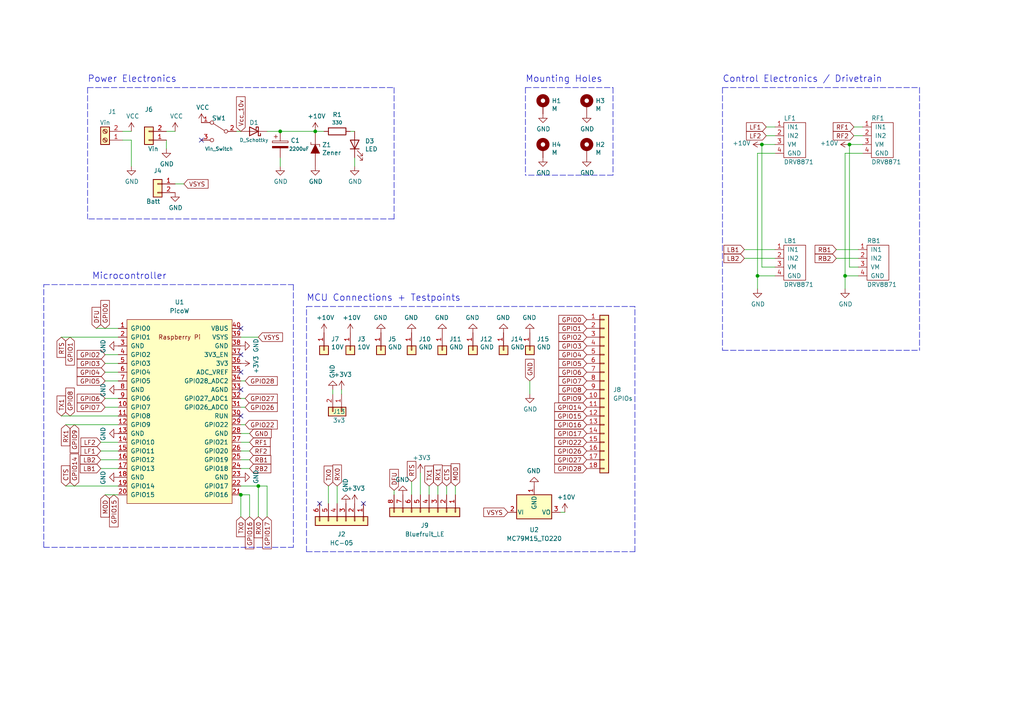
<source format=kicad_sch>
(kicad_sch (version 20211123) (generator eeschema)
  (paper "A4")
  (title_block (title "SDP23_Team5_Coaster") (date "2022-11-22") (rev "v1.0") (company "Qat") (comment 1 "Omar Areiqat") (comment 2 "Referenced from M5 Terrain Buggy"))
  (lib_symbols
    (symbol "Buggy_Components:Adafruit_DRV8871_Breakout" (pin_names (offset 1.016))
      (property "Reference" "A" (at -3.81 6.35 0))
      (property "Value" "Adafruit_DRV8871_Breakout" (at 0 -6.35 0))
      (symbol "Adafruit_DRV8871_Breakout_0_1"
        (rectangle (start -3.81 5.08) (end 2.54 -5.08))
      )
      (symbol "Adafruit_DRV8871_Breakout_1_1"
        (pin input line (at -6.35 3.81 0) (length 2.54) (name "IN1") (number "1"))
        (pin input line (at -6.35 1.27 0) (length 2.54) (name "IN2") (number "2"))
        (pin power_in line (at -6.35 -1.27 0) (length 2.54) (name "VM") (number "3"))
        (pin power_in line (at -6.35 -3.81 0) (length 2.54) (name "GND") (number "4"))
      )
    )
    (symbol "Connector:Screw_Terminal_01x02" (pin_names (offset 1.016) hide)
      (property "Reference" "J" (at 0 2.54 0))
      (property "Value" "Screw_Terminal_01x02" (at 0 -5.08 0))
      (symbol "Screw_Terminal_01x02_1_1"
        (rectangle (start -1.27 1.27) (end 1.27 -3.81) (stroke (width 0.254)) (fill (type background)))
        (circle (center 0 -2.54) (radius 0.635) (stroke (width 0.1524)))
        (polyline (pts (xy -0.5334 -2.2098) (xy 0.3302 -3.048)) (stroke (width 0.1524)))
        (polyline (pts (xy -0.5334 0.3302) (xy 0.3302 -0.508)) (stroke (width 0.1524)))
        (polyline (pts (xy -0.3556 -2.032) (xy 0.508 -2.8702)) (stroke (width 0.1524)))
        (polyline (pts (xy -0.3556 0.508) (xy 0.508 -0.3302)) (stroke (width 0.1524)))
        (circle (center 0 0) (radius 0.635) (stroke (width 0.1524)))
        (pin passive line (at -5.08 0 0) (length 3.81) (name "Pin_1") (number "1"))
        (pin passive line (at -5.08 -2.54 0) (length 3.81) (name "Pin_2") (number "2"))
      )
    )
    (symbol "Connector_Generic:Conn_01x01" (pin_names (offset 1.016) hide)
      (property "Reference" "J" (at 0 2.54 0))
      (property "Value" "Conn_01x01" (at 0 -2.54 0))
      (symbol "Conn_01x01_1_1"
        (rectangle (start -1.27 0.127) (end 0 -0.127) (stroke (width 0.1524)))
        (rectangle (start -1.27 1.27) (end 1.27 -1.27) (stroke (width 0.254)) (fill (type background)))
        (pin passive line (at -5.08 0 0) (length 3.81) (name "Pin_1") (number "1"))
      )
    )
    (symbol "Connector_Generic:Conn_01x02" (pin_names (offset 1.016) hide)
      (property "Reference" "J" (at 0 2.54 0))
      (property "Value" "Conn_01x02" (at 0 -5.08 0))
      (symbol "Conn_01x02_1_1"
        (rectangle (start -1.27 -2.413) (end 0 -2.667) (stroke (width 0.1524)))
        (rectangle (start -1.27 0.127) (end 0 -0.127) (stroke (width 0.1524)))
        (rectangle (start -1.27 1.27) (end 1.27 -3.81) (stroke (width 0.254)) (fill (type background)))
        (pin passive line (at -5.08 0 0) (length 3.81) (name "Pin_1") (number "1"))
        (pin passive line (at -5.08 -2.54 0) (length 3.81) (name "Pin_2") (number "2"))
      )
    )
    (symbol "Connector_Generic:Conn_01x06" (pin_names (offset 1.016) hide)
      (property "Reference" "J" (at 0 7.62 0))
      (property "Value" "Conn_01x06" (at 0 -10.16 0))
      (symbol "Conn_01x06_1_1"
        (rectangle (start -1.27 -7.493) (end 0 -7.747) (stroke (width 0.1524)))
        (rectangle (start -1.27 -4.953) (end 0 -5.207) (stroke (width 0.1524)))
        (rectangle (start -1.27 -2.413) (end 0 -2.667) (stroke (width 0.1524)))
        (rectangle (start -1.27 0.127) (end 0 -0.127) (stroke (width 0.1524)))
        (rectangle (start -1.27 2.667) (end 0 2.413) (stroke (width 0.1524)))
        (rectangle (start -1.27 5.207) (end 0 4.953) (stroke (width 0.1524)))
        (rectangle (start -1.27 6.35) (end 1.27 -8.89) (stroke (width 0.254)) (fill (type background)))
        (pin passive line (at -5.08 5.08 0) (length 3.81) (name "Pin_1") (number "1"))
        (pin passive line (at -5.08 2.54 0) (length 3.81) (name "Pin_2") (number "2"))
        (pin passive line (at -5.08 0 0) (length 3.81) (name "Pin_3") (number "3"))
        (pin passive line (at -5.08 -2.54 0) (length 3.81) (name "Pin_4") (number "4"))
        (pin passive line (at -5.08 -5.08 0) (length 3.81) (name "Pin_5") (number "5"))
        (pin passive line (at -5.08 -7.62 0) (length 3.81) (name "Pin_6") (number "6"))
      )
    )
    (symbol "Connector_Generic:Conn_01x08" (pin_names (offset 1.016) hide)
      (property "Reference" "J" (at 0 10.16 0))
      (property "Value" "Conn_01x08" (at 0 -12.7 0))
      (symbol "Conn_01x08_1_1"
        (rectangle (start -1.27 -10.033) (end 0 -10.287) (stroke (width 0.1524)))
        (rectangle (start -1.27 -7.493) (end 0 -7.747) (stroke (width 0.1524)))
        (rectangle (start -1.27 -4.953) (end 0 -5.207) (stroke (width 0.1524)))
        (rectangle (start -1.27 -2.413) (end 0 -2.667) (stroke (width 0.1524)))
        (rectangle (start -1.27 0.127) (end 0 -0.127) (stroke (width 0.1524)))
        (rectangle (start -1.27 2.667) (end 0 2.413) (stroke (width 0.1524)))
        (rectangle (start -1.27 5.207) (end 0 4.953) (stroke (width 0.1524)))
        (rectangle (start -1.27 7.747) (end 0 7.493) (stroke (width 0.1524)))
        (rectangle (start -1.27 8.89) (end 1.27 -11.43) (stroke (width 0.254)) (fill (type background)))
        (pin passive line (at -5.08 7.62 0) (length 3.81) (name "Pin_1") (number "1"))
        (pin passive line (at -5.08 5.08 0) (length 3.81) (name "Pin_2") (number "2"))
        (pin passive line (at -5.08 2.54 0) (length 3.81) (name "Pin_3") (number "3"))
        (pin passive line (at -5.08 0 0) (length 3.81) (name "Pin_4") (number "4"))
        (pin passive line (at -5.08 -2.54 0) (length 3.81) (name "Pin_5") (number "5"))
        (pin passive line (at -5.08 -5.08 0) (length 3.81) (name "Pin_6") (number "6"))
        (pin passive line (at -5.08 -7.62 0) (length 3.81) (name "Pin_7") (number "7"))
        (pin passive line (at -5.08 -10.16 0) (length 3.81) (name "Pin_8") (number "8"))
      )
    )
    (symbol "Connector_Generic:Conn_01x18" (pin_names (offset 1.016) hide)
      (property "Reference" "J" (at 0 22.86 0))
      (property "Value" "Conn_01x18" (at 0 -25.4 0))
      (symbol "Conn_01x18_1_1"
        (rectangle (start -1.27 -22.733) (end 0 -22.987) (stroke (width 0.1524)))
        (rectangle (start -1.27 -20.193) (end 0 -20.447) (stroke (width 0.1524)))
        (rectangle (start -1.27 -17.653) (end 0 -17.907) (stroke (width 0.1524)))
        (rectangle (start -1.27 -15.113) (end 0 -15.367) (stroke (width 0.1524)))
        (rectangle (start -1.27 -12.573) (end 0 -12.827) (stroke (width 0.1524)))
        (rectangle (start -1.27 -10.033) (end 0 -10.287) (stroke (width 0.1524)))
        (rectangle (start -1.27 -7.493) (end 0 -7.747) (stroke (width 0.1524)))
        (rectangle (start -1.27 -4.953) (end 0 -5.207) (stroke (width 0.1524)))
        (rectangle (start -1.27 -2.413) (end 0 -2.667) (stroke (width 0.1524)))
        (rectangle (start -1.27 0.127) (end 0 -0.127) (stroke (width 0.1524)))
        (rectangle (start -1.27 2.667) (end 0 2.413) (stroke (width 0.1524)))
        (rectangle (start -1.27 5.207) (end 0 4.953) (stroke (width 0.1524)))
        (rectangle (start -1.27 7.747) (end 0 7.493) (stroke (width 0.1524)))
        (rectangle (start -1.27 10.287) (end 0 10.033) (stroke (width 0.1524)))
        (rectangle (start -1.27 12.827) (end 0 12.573) (stroke (width 0.1524)))
        (rectangle (start -1.27 15.367) (end 0 15.113) (stroke (width 0.1524)))
        (rectangle (start -1.27 17.907) (end 0 17.653) (stroke (width 0.1524)))
        (rectangle (start -1.27 20.447) (end 0 20.193) (stroke (width 0.1524)))
        (rectangle (start -1.27 21.59) (end 1.27 -24.13) (stroke (width 0.254)) (fill (type background)))
        (pin passive line (at -5.08 20.32 0) (length 3.81) (name "Pin_1") (number "1"))
        (pin passive line (at -5.08 -2.54 0) (length 3.81) (name "Pin_10") (number "10"))
        (pin passive line (at -5.08 -5.08 0) (length 3.81) (name "Pin_11") (number "11"))
        (pin passive line (at -5.08 -7.62 0) (length 3.81) (name "Pin_12") (number "12"))
        (pin passive line (at -5.08 -10.16 0) (length 3.81) (name "Pin_13") (number "13"))
        (pin passive line (at -5.08 -12.7 0) (length 3.81) (name "Pin_14") (number "14"))
        (pin passive line (at -5.08 -15.24 0) (length 3.81) (name "Pin_15") (number "15"))
        (pin passive line (at -5.08 -17.78 0) (length 3.81) (name "Pin_16") (number "16"))
        (pin passive line (at -5.08 -20.32 0) (length 3.81) (name "Pin_17") (number "17"))
        (pin passive line (at -5.08 -22.86 0) (length 3.81) (name "Pin_18") (number "18"))
        (pin passive line (at -5.08 17.78 0) (length 3.81) (name "Pin_2") (number "2"))
        (pin passive line (at -5.08 15.24 0) (length 3.81) (name "Pin_3") (number "3"))
        (pin passive line (at -5.08 12.7 0) (length 3.81) (name "Pin_4") (number "4"))
        (pin passive line (at -5.08 10.16 0) (length 3.81) (name "Pin_5") (number "5"))
        (pin passive line (at -5.08 7.62 0) (length 3.81) (name "Pin_6") (number "6"))
        (pin passive line (at -5.08 5.08 0) (length 3.81) (name "Pin_7") (number "7"))
        (pin passive line (at -5.08 2.54 0) (length 3.81) (name "Pin_8") (number "8"))
        (pin passive line (at -5.08 0 0) (length 3.81) (name "Pin_9") (number "9"))
      )
    )
    (symbol "Device:D_Schottky" (pin_numbers hide) (pin_names (offset 1.016) hide)
      (property "Reference" "D" (at 0 2.54 0))
      (property "Value" "D_Schottky" (at 0 -2.54 0))
      (symbol "D_Schottky_0_1"
        (polyline (pts (xy 1.27 0) (xy -1.27 0)))
        (polyline (pts (xy 1.27 1.27) (xy 1.27 -1.27) (xy -1.27 0) (xy 1.27 1.27)) (stroke (width 0.254)))
        (polyline (pts (xy -1.905 0.635) (xy -1.905 1.27) (xy -1.27 1.27) (xy -1.27 -1.27) (xy -0.635 -1.27) (xy -0.635 -0.635)) (stroke (width 0.254)))
      )
      (symbol "D_Schottky_1_1"
        (pin passive line (at -3.81 0 0) (length 2.54) (name "K") (number "1"))
        (pin passive line (at 3.81 0 180) (length 2.54) (name "A") (number "2"))
      )
    )
    (symbol "Device:LED" (pin_numbers hide) (pin_names (offset 1.016) hide)
      (property "Reference" "D" (at 0 2.54 0))
      (property "Value" "LED" (at 0 -2.54 0))
      (symbol "LED_0_1"
        (polyline (pts (xy -1.27 -1.27) (xy -1.27 1.27)) (stroke (width 0.254)))
        (polyline (pts (xy -1.27 0) (xy 1.27 0)))
        (polyline (pts (xy 1.27 -1.27) (xy 1.27 1.27) (xy -1.27 0) (xy 1.27 -1.27)) (stroke (width 0.254)))
        (polyline (pts (xy -3.048 -0.762) (xy -4.572 -2.286) (xy -3.81 -2.286) (xy -4.572 -2.286) (xy -4.572 -1.524)))
        (polyline (pts (xy -1.778 -0.762) (xy -3.302 -2.286) (xy -2.54 -2.286) (xy -3.302 -2.286) (xy -3.302 -1.524)))
      )
      (symbol "LED_1_1"
        (pin passive line (at -3.81 0 0) (length 2.54) (name "K") (number "1"))
        (pin passive line (at 3.81 0 180) (length 2.54) (name "A") (number "2"))
      )
    )
    (symbol "Device:R" (pin_numbers hide) (pin_names (offset 0))
      (property "Reference" "R" (at 2.032 0 90))
      (property "Value" "R" (at 0 0 90))
      (symbol "R_0_1"
        (rectangle (start -1.016 -2.54) (end 1.016 2.54) (stroke (width 0.254)))
      )
      (symbol "R_1_1"
        (pin passive line (at 0 3.81 270) (length 1.27) (name "~") (number "1"))
        (pin passive line (at 0 -3.81 90) (length 1.27) (name "~") (number "2"))
      )
    )
    (symbol "M5_BuggyProject-rescue:+3.3V-power" (power) (pin_names (offset 0))
      (property "Value" "+3.3V-power" (at 0 3.556 0))
      (symbol "+3.3V-power_0_1"
        (polyline (pts (xy -0.762 1.27) (xy 0 2.54)))
        (polyline (pts (xy 0 0) (xy 0 2.54)))
        (polyline (pts (xy 0 2.54) (xy 0.762 1.27)))
      )
      (symbol "+3.3V-power_1_1"
        (pin power_in line (at 0 0 90) (length 0) hide (name "+3V3") (number "1"))
      )
    )
    (symbol "M5_BuggyProject-rescue:1N5231BTR-dk_Diodes-Zener-Single" (pin_numbers hide) (pin_names (offset 0) hide)
      (property "Reference" "Z" (at 0 2.54 0))
      (property "Value" "1N5231BTR-dk_Diodes-Zener-Single" (at 0 -2.54 0))
      (symbol "1N5231BTR-dk_Diodes-Zener-Single_0_1"
        (polyline (pts (xy 1.27 -1.27) (xy 0.635 -1.27)))
        (polyline (pts (xy 1.27 1.27) (xy 1.27 -1.27)))
        (polyline (pts (xy 1.27 1.27) (xy 1.905 1.27)))
        (polyline (pts (xy -1.27 1.27) (xy -1.27 -1.27) (xy 1.27 0) (xy -1.27 1.27)) (fill (type outline)))
      )
      (symbol "1N5231BTR-dk_Diodes-Zener-Single_1_1"
        (pin passive line (at -5.08 0 0) (length 3.81) (name "~") (number "A"))
        (pin passive line (at 5.08 0 180) (length 3.81) (name "~") (number "K"))
      )
    )
    (symbol "M5_BuggyProject-rescue:CP-Device" (pin_numbers hide) (pin_names (offset 0.254))
      (property "Reference" "C" (at 0.635 2.54 0))
      (property "Value" "CP-Device" (at 0.635 -2.54 0))
      (symbol "CP-Device_0_1"
        (rectangle (start -2.286 0.508) (end 2.286 1.016))
        (polyline (pts (xy -1.778 2.286) (xy -0.762 2.286)))
        (polyline (pts (xy -1.27 2.794) (xy -1.27 1.778)))
        (rectangle (start 2.286 -0.508) (end -2.286 -1.016) (fill (type outline)))
      )
      (symbol "CP-Device_1_1"
        (pin passive line (at 0 3.81 270) (length 2.794) (name "~") (number "1"))
        (pin passive line (at 0 -3.81 90) (length 2.794) (name "~") (number "2"))
      )
    )
    (symbol "Mechanical:MountingHole_Pad" (pin_numbers hide) (pin_names (offset 1.016) hide)
      (property "Reference" "H" (at 0 6.35 0))
      (property "Value" "MountingHole_Pad" (at 0 4.445 0))
      (symbol "MountingHole_Pad_0_1"
        (circle (center 0 1.27) (radius 1.27) (stroke (width 1.27)))
      )
      (symbol "MountingHole_Pad_1_1"
        (pin input line (at 0 -2.54 90) (length 2.54) (name "1") (number "1"))
      )
    )
    (symbol "RPi_Pico:PicoW" (pin_names (offset 1.016))
      (property "Reference" "U1" (at 0 31.75 0))
      (property "Value" "PicoW" (at 0 29.21 0))
      (symbol "PicoW_0_0"
        (text "Raspberry Pi" (at 0 21.59 0) (effects (font (size 1.27 1.27))))
      )
      (symbol "PicoW_0_1"
        (rectangle (start -15.24 26.67) (end 15.24 -26.67) (fill (type background)))
      )
      (symbol "PicoW_1_1"
        (pin bidirectional line (at -17.78 24.13 0) (length 2.54) (name "GPIO0") (number "1"))
        (pin bidirectional line (at -17.78 1.27 0) (length 2.54) (name "GPIO7") (number "10"))
        (pin bidirectional line (at -17.78 -1.27 0) (length 2.54) (name "GPIO8") (number "11"))
        (pin bidirectional line (at -17.78 -3.81 0) (length 2.54) (name "GPIO9") (number "12"))
        (pin power_in line (at -17.78 -6.35 0) (length 2.54) (name "GND") (number "13"))
        (pin bidirectional line (at -17.78 -8.89 0) (length 2.54) (name "GPIO10") (number "14"))
        (pin bidirectional line (at -17.78 -11.43 0) (length 2.54) (name "GPIO11") (number "15"))
        (pin bidirectional line (at -17.78 -13.97 0) (length 2.54) (name "GPIO12") (number "16"))
        (pin bidirectional line (at -17.78 -16.51 0) (length 2.54) (name "GPIO13") (number "17"))
        (pin power_in line (at -17.78 -19.05 0) (length 2.54) (name "GND") (number "18"))
        (pin bidirectional line (at -17.78 -21.59 0) (length 2.54) (name "GPIO14") (number "19"))
        (pin bidirectional line (at -17.78 21.59 0) (length 2.54) (name "GPIO1") (number "2"))
        (pin bidirectional line (at -17.78 -24.13 0) (length 2.54) (name "GPIO15") (number "20"))
        (pin bidirectional line (at 17.78 -24.13 180) (length 2.54) (name "GPIO16") (number "21"))
        (pin bidirectional line (at 17.78 -21.59 180) (length 2.54) (name "GPIO17") (number "22"))
        (pin power_in line (at 17.78 -19.05 180) (length 2.54) (name "GND") (number "23"))
        (pin bidirectional line (at 17.78 -16.51 180) (length 2.54) (name "GPIO18") (number "24"))
        (pin bidirectional line (at 17.78 -13.97 180) (length 2.54) (name "GPIO19") (number "25"))
        (pin bidirectional line (at 17.78 -11.43 180) (length 2.54) (name "GPIO20") (number "26"))
        (pin bidirectional line (at 17.78 -8.89 180) (length 2.54) (name "GPIO21") (number "27"))
        (pin power_in line (at 17.78 -6.35 180) (length 2.54) (name "GND") (number "28"))
        (pin bidirectional line (at 17.78 -3.81 180) (length 2.54) (name "GPIO22") (number "29"))
        (pin power_in line (at -17.78 19.05 0) (length 2.54) (name "GND") (number "3"))
        (pin input line (at 17.78 -1.27 180) (length 2.54) (name "RUN") (number "30"))
        (pin bidirectional line (at 17.78 1.27 180) (length 2.54) (name "GPIO26_ADC0") (number "31"))
        (pin bidirectional line (at 17.78 3.81 180) (length 2.54) (name "GPIO27_ADC1") (number "32"))
        (pin power_in line (at 17.78 6.35 180) (length 2.54) (name "AGND") (number "33"))
        (pin bidirectional line (at 17.78 8.89 180) (length 2.54) (name "GPIO28_ADC2") (number "34"))
        (pin unspecified line (at 17.78 11.43 180) (length 2.54) (name "ADC_VREF") (number "35"))
        (pin unspecified line (at 17.78 13.97 180) (length 2.54) (name "3V3") (number "36"))
        (pin input line (at 17.78 16.51 180) (length 2.54) (name "3V3_EN") (number "37"))
        (pin bidirectional line (at 17.78 19.05 180) (length 2.54) (name "GND") (number "38"))
        (pin unspecified line (at 17.78 21.59 180) (length 2.54) (name "VSYS") (number "39"))
        (pin bidirectional line (at -17.78 16.51 0) (length 2.54) (name "GPIO2") (number "4"))
        (pin unspecified line (at 17.78 24.13 180) (length 2.54) (name "VBUS") (number "40"))
        (pin bidirectional line (at -17.78 13.97 0) (length 2.54) (name "GPIO3") (number "5"))
        (pin bidirectional line (at -17.78 11.43 0) (length 2.54) (name "GPIO4") (number "6"))
        (pin bidirectional line (at -17.78 8.89 0) (length 2.54) (name "GPIO5") (number "7"))
        (pin power_in line (at -17.78 6.35 0) (length 2.54) (name "GND") (number "8"))
        (pin bidirectional line (at -17.78 3.81 0) (length 2.54) (name "GPIO6") (number "9"))
      )
    )
    (symbol "Regulator_Linear:MC79M15_TO220" (pin_names (offset 0.254))
      (property "Reference" "U" (at -3.81 -3.175 0))
      (property "Value" "MC79M15_TO220" (at 0 -3.175 0))
      (symbol "MC79M15_TO220_0_1"
        (rectangle (start -5.08 5.08) (end 5.08 -1.905) (stroke (width 0.254)) (fill (type background)))
      )
      (symbol "MC79M15_TO220_1_1"
        (pin power_in line (at 0 7.62 270) (length 2.54) (name "GND") (number "1"))
        (pin power_in line (at -7.62 0 0) (length 2.54) (name "VI") (number "2"))
        (pin power_out line (at 7.62 0 180) (length 2.54) (name "VO") (number "3"))
      )
    )
    (symbol "Switch:SW_SPDT" (pin_names (offset 0) hide)
      (property "Reference" "SW" (at 0 4.318 0))
      (property "Value" "SW_SPDT" (at 0 -5.08 0))
      (symbol "SW_SPDT_0_0"
        (circle (center -2.032 0) (radius 0.508))
        (circle (center 2.032 -2.54) (radius 0.508))
      )
      (symbol "SW_SPDT_0_1"
        (polyline (pts (xy -1.524 0.254) (xy 1.651 2.286)))
        (circle (center 2.032 2.54) (radius 0.508))
      )
      (symbol "SW_SPDT_1_1"
        (pin passive line (at 5.08 2.54 180) (length 2.54) (name "A") (number "1"))
        (pin passive line (at -5.08 0 0) (length 2.54) (name "B") (number "2"))
        (pin passive line (at 5.08 -2.54 180) (length 2.54) (name "C") (number "3"))
      )
    )
    (symbol "power:+10V" (power) (pin_names (offset 0))
      (property "Value" "+10V" (at 0 3.556 0))
      (symbol "+10V_0_1"
        (polyline (pts (xy -0.762 1.27) (xy 0 2.54)))
        (polyline (pts (xy 0 0) (xy 0 2.54)))
        (polyline (pts (xy 0 2.54) (xy 0.762 1.27)))
      )
      (symbol "+10V_1_1"
        (pin power_in line (at 0 0 90) (length 0) hide (name "+10V") (number "1"))
      )
    )
    (symbol "power:GND" (power) (pin_names (offset 0))
      (property "Value" "GND" (at 0 -3.81 0))
      (symbol "GND_0_1"
        (polyline (pts (xy 0 0) (xy 0 -1.27) (xy 1.27 -1.27) (xy 0 -2.54) (xy -1.27 -1.27) (xy 0 -1.27)))
      )
      (symbol "GND_1_1"
        (pin power_in line (at 0 0 270) (length 0) hide (name "GND") (number "1"))
      )
    )
    (symbol "power:VCC" (power) (pin_names (offset 0))
      (property "Value" "VCC" (at 0 3.81 0))
      (symbol "VCC_0_1"
        (polyline (pts (xy -0.762 1.27) (xy 0 2.54)))
        (polyline (pts (xy 0 0) (xy 0 2.54)))
        (polyline (pts (xy 0 2.54) (xy 0.762 1.27)))
      )
      (symbol "VCC_1_1"
        (pin power_in line (at 0 0 90) (length 0) hide (name "VCC") (number "1"))
      )
    )
  )
  (junction (at 220.98 41.91))
  (junction (at 74.93 140.97))
  (junction (at 219.71 80.01))
  (junction (at 91.44 38.1))
  (junction (at 81.28 38.1))
  (junction (at 246.38 41.91))
  (junction (at 245.11 80.01))
  (junction (at 69.85 143.51))
  (no_connect (at 69.85 113.03))
  (no_connect (at 105.41 146.05))
  (no_connect (at 58.42 40.64))
  (no_connect (at 92.71 146.05))
  (no_connect (at 69.85 107.95))
  (no_connect (at 69.85 95.25))
  (no_connect (at 69.85 120.65))
  (no_connect (at 69.85 102.87))
  (wire (pts (xy 69.85 97.79) (xy 74.93 97.79)))
  (wire (pts (xy 119.38 139.7) (xy 119.38 143.51)))
  (wire (pts (xy 153.67 110.49) (xy 153.67 114.3)))
  (wire (pts (xy 29.21 135.89) (xy 34.29 135.89)))
  (wire (pts (xy 246.38 41.91) (xy 246.38 77.47)))
  (polyline (pts (xy 25.4 25.4) (xy 25.4 63.5)))
  (wire (pts (xy 74.93 140.97) (xy 69.85 140.97)))
  (wire (pts (xy 29.21 128.27) (xy 34.29 128.27)))
  (polyline (pts (xy 177.8 25.4) (xy 177.8 50.8)))
  (wire (pts (xy 224.79 36.83) (xy 222.25 36.83)))
  (wire (pts (xy 27.94 95.25) (xy 34.29 95.25)))
  (wire (pts (xy 72.39 130.81) (xy 69.85 130.81)))
  (wire (pts (xy 250.19 41.91) (xy 246.38 41.91)))
  (wire (pts (xy 69.85 143.51) (xy 69.85 149.86)))
  (wire (pts (xy 35.56 38.1) (xy 38.1 38.1)))
  (wire (pts (xy 245.11 44.45) (xy 245.11 80.01)))
  (wire (pts (xy 30.48 102.87) (xy 34.29 102.87)))
  (wire (pts (xy 250.19 36.83) (xy 247.65 36.83)))
  (wire (pts (xy 48.26 43.18) (xy 48.26 40.64)))
  (wire (pts (xy 72.39 143.51) (xy 69.85 143.51)))
  (wire (pts (xy 242.57 72.39) (xy 248.92 72.39)))
  (polyline (pts (xy 209.55 25.4) (xy 266.7 25.4)))
  (wire (pts (xy 97.79 140.97) (xy 97.79 146.05)))
  (polyline (pts (xy 114.3 63.5) (xy 25.4 63.5)))
  (wire (pts (xy 102.87 45.72) (xy 102.87 48.26)))
  (wire (pts (xy 215.9 72.39) (xy 224.79 72.39)))
  (wire (pts (xy 215.9 74.93) (xy 224.79 74.93)))
  (wire (pts (xy 72.39 125.73) (xy 69.85 125.73)))
  (polyline (pts (xy 177.8 50.8) (xy 152.4 50.8)))
  (polyline (pts (xy 152.4 25.4) (xy 152.4 50.8)))
  (wire (pts (xy 163.83 148.59) (xy 162.56 148.59)))
  (wire (pts (xy 121.92 137.16) (xy 121.92 143.51)))
  (wire (pts (xy 71.12 115.57) (xy 69.85 115.57)))
  (wire (pts (xy 50.8 53.34) (xy 53.34 53.34)))
  (wire (pts (xy 72.39 149.86) (xy 72.39 143.51)))
  (wire (pts (xy 77.47 149.86) (xy 77.47 140.97)))
  (wire (pts (xy 81.28 38.1) (xy 91.44 38.1)))
  (polyline (pts (xy 114.3 25.4) (xy 114.3 63.5)))
  (wire (pts (xy 35.56 40.64) (xy 38.1 40.64)))
  (wire (pts (xy 72.39 128.27) (xy 69.85 128.27)))
  (wire (pts (xy 71.12 110.49) (xy 69.85 110.49)))
  (wire (pts (xy 219.71 80.01) (xy 224.79 80.01)))
  (wire (pts (xy 224.79 41.91) (xy 220.98 41.91)))
  (wire (pts (xy 30.48 143.51) (xy 34.29 143.51)))
  (wire (pts (xy 96.52 113.03) (xy 96.52 114.3)))
  (wire (pts (xy 29.21 133.35) (xy 34.29 133.35)))
  (wire (pts (xy 77.47 140.97) (xy 74.93 140.97)))
  (wire (pts (xy 30.48 107.95) (xy 34.29 107.95)))
  (wire (pts (xy 17.78 97.79) (xy 34.29 97.79)))
  (wire (pts (xy 71.12 118.11) (xy 69.85 118.11)))
  (wire (pts (xy 69.85 38.1) (xy 68.58 38.1)))
  (wire (pts (xy 30.48 115.57) (xy 34.29 115.57)))
  (wire (pts (xy 246.38 77.47) (xy 248.92 77.47)))
  (polyline (pts (xy 12.7 158.75) (xy 12.7 82.55)))
  (wire (pts (xy 74.93 149.86) (xy 74.93 140.97)))
  (wire (pts (xy 220.98 77.47) (xy 224.79 77.47)))
  (wire (pts (xy 29.21 130.81) (xy 34.29 130.81)))
  (wire (pts (xy 38.1 40.64) (xy 38.1 48.26)))
  (wire (pts (xy 250.19 44.45) (xy 245.11 44.45)))
  (polyline (pts (xy 209.55 25.4) (xy 209.55 101.6)))
  (polyline (pts (xy 12.7 82.55) (xy 85.09 82.55)))
  (wire (pts (xy 114.3 142.24) (xy 114.3 143.51)))
  (wire (pts (xy 95.25 140.97) (xy 95.25 146.05)))
  (polyline (pts (xy 88.9 88.9) (xy 184.15 88.9)))
  (wire (pts (xy 72.39 135.89) (xy 69.85 135.89)))
  (wire (pts (xy 224.79 39.37) (xy 222.25 39.37)))
  (wire (pts (xy 77.47 38.1) (xy 81.28 38.1)))
  (wire (pts (xy 219.71 80.01) (xy 219.71 83.82)))
  (wire (pts (xy 132.08 140.97) (xy 132.08 143.51)))
  (wire (pts (xy 91.44 38.1) (xy 93.98 38.1)))
  (wire (pts (xy 19.05 123.19) (xy 34.29 123.19)))
  (wire (pts (xy 224.79 44.45) (xy 219.71 44.45)))
  (wire (pts (xy 17.78 120.65) (xy 34.29 120.65)))
  (wire (pts (xy 71.12 123.19) (xy 69.85 123.19)))
  (polyline (pts (xy 88.9 160.02) (xy 184.15 160.02)))
  (wire (pts (xy 245.11 80.01) (xy 248.92 80.01)))
  (wire (pts (xy 19.05 140.97) (xy 34.29 140.97)))
  (polyline (pts (xy 266.7 25.4) (xy 266.7 101.6)))
  (wire (pts (xy 129.54 140.97) (xy 129.54 143.51)))
  (wire (pts (xy 127 140.97) (xy 127 143.51)))
  (wire (pts (xy 219.71 44.45) (xy 219.71 80.01)))
  (wire (pts (xy 250.19 39.37) (xy 247.65 39.37)))
  (polyline (pts (xy 12.7 158.75) (xy 85.09 158.75)))
  (wire (pts (xy 30.48 118.11) (xy 34.29 118.11)))
  (wire (pts (xy 30.48 105.41) (xy 34.29 105.41)))
  (wire (pts (xy 245.11 80.01) (xy 245.11 83.82)))
  (polyline (pts (xy 25.4 25.4) (xy 114.3 25.4)))
  (polyline (pts (xy 85.09 82.55) (xy 85.09 158.75)))
  (wire (pts (xy 72.39 133.35) (xy 69.85 133.35)))
  (wire (pts (xy 124.46 140.97) (xy 124.46 143.51)))
  (wire (pts (xy 102.87 38.1) (xy 101.6 38.1)))
  (polyline (pts (xy 209.55 101.6) (xy 266.7 101.6)))
  (wire (pts (xy 242.57 74.93) (xy 248.92 74.93)))
  (wire (pts (xy 220.98 41.91) (xy 220.98 77.47)))
  (wire (pts (xy 99.06 113.03) (xy 99.06 114.3)))
  (wire (pts (xy 30.48 110.49) (xy 34.29 110.49)))
  (wire (pts (xy 81.28 45.72) (xy 81.28 48.26)))
  (polyline (pts (xy 184.15 160.02) (xy 184.15 88.9)))
  (polyline (pts (xy 88.9 160.02) (xy 88.9 88.9)))
  (wire (pts (xy 50.8 38.1) (xy 48.26 38.1)))
  (polyline (pts (xy 152.4 25.4) (xy 177.8 25.4)))
  (text "MCU Connections + Testpoints" (at 88.9 87.63 0) (effects (font (size 1.905 1.905)) (justify left bottom)))
  (text "Control Electronics / Drivetrain" (at 209.55 24.13 0) (effects (font (size 1.905 1.905)) (justify left bottom)))
  (text "Power Electronics\n" (at 25.4 24.13 0) (effects (font (size 1.905 1.905)) (justify left bottom)))
  (text "Mounting Holes" (at 152.4 24.13 0) (effects (font (size 1.905 1.905)) (justify left bottom)))
  (text "Microcontroller" (at 26.67 81.28 0) (effects (font (size 1.905 1.905)) (justify left bottom)))
  (global_label "GPIO26" (shape input) (at 71.12 118.11 0) (property "Intersheet References" "${INTERSHEET_REFS}" (effects hide)))
  (global_label "CTS" (shape input) (at 129.54 140.97 90) (property "Intersheet References" "${INTERSHEET_REFS}" (effects hide)))
  (global_label "GPIO28" (shape input) (at 170.18 135.89 180) (property "Intersheet References" "${INTERSHEET_REFS}" (effects hide)))
  (global_label "GPIO3" (shape input) (at 170.18 100.33 180) (property "Intersheet References" "${INTERSHEET_REFS}" (effects hide)))
  (global_label "GPIO1" (shape input) (at 20.32 97.79 270) (property "Intersheet References" "${INTERSHEET_REFS}" (effects hide)))
  (global_label "GPIO28" (shape input) (at 71.12 110.49 0) (property "Intersheet References" "${INTERSHEET_REFS}" (effects hide)))
  (global_label "LF2" (shape input) (at 222.25 39.37 180) (property "Intersheet References" "${INTERSHEET_REFS}" (effects hide)))
  (global_label "GPIO14" (shape input) (at 170.18 118.11 180) (property "Intersheet References" "${INTERSHEET_REFS}" (effects hide)))
  (global_label "RF2" (shape input) (at 72.39 130.81 0) (property "Intersheet References" "${INTERSHEET_REFS}" (effects hide)))
  (global_label "GPIO5" (shape input) (at 30.48 110.49 180) (property "Intersheet References" "${INTERSHEET_REFS}" (effects hide)))
  (global_label "RB1" (shape input) (at 72.39 133.35 0) (property "Intersheet References" "${INTERSHEET_REFS}" (effects hide)))
  (global_label "TX0" (shape input) (at 95.25 140.97 90) (property "Intersheet References" "${INTERSHEET_REFS}" (effects hide)))
  (global_label "VSYS" (shape input) (at 74.93 97.79 0) (property "Intersheet References" "${INTERSHEET_REFS}" (effects hide)))
  (global_label "RB2" (shape input) (at 242.57 74.93 180) (property "Intersheet References" "${INTERSHEET_REFS}" (effects hide)))
  (global_label "MOD" (shape input) (at 30.48 143.51 270) (property "Intersheet References" "${INTERSHEET_REFS}" (effects hide)))
  (global_label "RX1" (shape input) (at 127 140.97 90) (property "Intersheet References" "${INTERSHEET_REFS}" (effects hide)))
  (global_label "DFU" (shape input) (at 114.3 142.24 90) (property "Intersheet References" "${INTERSHEET_REFS}" (effects hide)))
  (global_label "GND" (shape input) (at 153.67 110.49 90) (property "Intersheet References" "${INTERSHEET_REFS}" (effects hide)))
  (global_label "GPIO9" (shape input) (at 21.59 123.19 270) (property "Intersheet References" "${INTERSHEET_REFS}" (effects hide)))
  (global_label "LF1" (shape input) (at 222.25 36.83 180) (property "Intersheet References" "${INTERSHEET_REFS}" (effects hide)))
  (global_label "DFU" (shape input) (at 27.94 95.25 90) (property "Intersheet References" "${INTERSHEET_REFS}" (effects hide)))
  (global_label "GPIO1" (shape input) (at 170.18 95.25 180) (property "Intersheet References" "${INTERSHEET_REFS}" (effects hide)))
  (global_label "GPIO8" (shape input) (at 170.18 113.03 180) (property "Intersheet References" "${INTERSHEET_REFS}" (effects hide)))
  (global_label "GPIO0" (shape input) (at 170.18 92.71 180) (property "Intersheet References" "${INTERSHEET_REFS}" (effects hide)))
  (global_label "GPIO4" (shape input) (at 30.48 107.95 180) (property "Intersheet References" "${INTERSHEET_REFS}" (effects hide)))
  (global_label "TX0" (shape input) (at 69.85 149.86 270) (property "Intersheet References" "${INTERSHEET_REFS}" (effects hide)))
  (global_label "RF2" (shape input) (at 247.65 39.37 180) (property "Intersheet References" "${INTERSHEET_REFS}" (effects hide)))
  (global_label "LB1" (shape input) (at 29.21 135.89 180) (property "Intersheet References" "${INTERSHEET_REFS}" (effects hide)))
  (global_label "RB1" (shape input) (at 242.57 72.39 180) (property "Intersheet References" "${INTERSHEET_REFS}" (effects hide)))
  (global_label "GPIO27" (shape input) (at 71.12 115.57 0) (property "Intersheet References" "${INTERSHEET_REFS}" (effects hide)))
  (global_label "GPIO2" (shape input) (at 30.48 102.87 180) (property "Intersheet References" "${INTERSHEET_REFS}" (effects hide)))
  (global_label "GPIO3" (shape input) (at 30.48 105.41 180) (property "Intersheet References" "${INTERSHEET_REFS}" (effects hide)))
  (global_label "GPIO14" (shape input) (at 21.59 140.97 90) (property "Intersheet References" "${INTERSHEET_REFS}" (effects hide)))
  (global_label "LB1" (shape input) (at 215.9 72.39 180) (property "Intersheet References" "${INTERSHEET_REFS}" (effects hide)))
  (global_label "RTS" (shape input) (at 119.38 139.7 90) (property "Intersheet References" "${INTERSHEET_REFS}" (effects hide)))
  (global_label "GPIO17" (shape input) (at 170.18 125.73 180) (property "Intersheet References" "${INTERSHEET_REFS}" (effects hide)))
  (global_label "LB2" (shape input) (at 215.9 74.93 180) (property "Intersheet References" "${INTERSHEET_REFS}" (effects hide)))
  (global_label "GPIO9" (shape input) (at 170.18 115.57 180) (property "Intersheet References" "${INTERSHEET_REFS}" (effects hide)))
  (global_label "GPIO0" (shape input) (at 30.48 95.25 90) (property "Intersheet References" "${INTERSHEET_REFS}" (effects hide)))
  (global_label "RX0" (shape input) (at 74.93 149.86 270) (property "Intersheet References" "${INTERSHEET_REFS}" (effects hide)))
  (global_label "GPIO4" (shape input) (at 170.18 102.87 180) (property "Intersheet References" "${INTERSHEET_REFS}" (effects hide)))
  (global_label "RX1" (shape input) (at 19.05 123.19 270) (property "Intersheet References" "${INTERSHEET_REFS}" (effects hide)))
  (global_label "RB2" (shape input) (at 72.39 135.89 0) (property "Intersheet References" "${INTERSHEET_REFS}" (effects hide)))
  (global_label "GPIO17" (shape input) (at 77.47 149.86 270) (property "Intersheet References" "${INTERSHEET_REFS}" (effects hide)))
  (global_label "RX0" (shape input) (at 97.79 140.97 90) (property "Intersheet References" "${INTERSHEET_REFS}" (effects hide)))
  (global_label "GPIO27" (shape input) (at 170.18 133.35 180) (property "Intersheet References" "${INTERSHEET_REFS}" (effects hide)))
  (global_label "GPIO22" (shape input) (at 71.12 123.19 0) (property "Intersheet References" "${INTERSHEET_REFS}" (effects hide)))
  (global_label "GPIO2" (shape input) (at 170.18 97.79 180) (property "Intersheet References" "${INTERSHEET_REFS}" (effects hide)))
  (global_label "LF1" (shape input) (at 29.21 130.81 180) (property "Intersheet References" "${INTERSHEET_REFS}" (effects hide)))
  (global_label "GPIO15" (shape input) (at 170.18 120.65 180) (property "Intersheet References" "${INTERSHEET_REFS}" (effects hide)))
  (global_label "RF1" (shape input) (at 72.39 128.27 0) (property "Intersheet References" "${INTERSHEET_REFS}" (effects hide)))
  (global_label "MOD" (shape input) (at 132.08 140.97 90) (property "Intersheet References" "${INTERSHEET_REFS}" (effects hide)))
  (global_label "VSYS" (shape input) (at 147.32 148.59 180) (property "Intersheet References" "${INTERSHEET_REFS}" (effects hide)))
  (global_label "GPIO22" (shape input) (at 170.18 128.27 180) (property "Intersheet References" "${INTERSHEET_REFS}" (effects hide)))
  (global_label "LF2" (shape input) (at 29.21 128.27 180) (property "Intersheet References" "${INTERSHEET_REFS}" (effects hide)))
  (global_label "GPIO6" (shape input) (at 30.48 115.57 180) (property "Intersheet References" "${INTERSHEET_REFS}" (effects hide)))
  (global_label "GND" (shape input) (at 72.39 125.73 0) (property "Intersheet References" "${INTERSHEET_REFS}" (effects hide)))
  (global_label "GPIO16" (shape input) (at 72.39 149.86 270) (property "Intersheet References" "${INTERSHEET_REFS}" (effects hide)))
  (global_label "GPIO8" (shape input) (at 20.32 120.65 90) (property "Intersheet References" "${INTERSHEET_REFS}" (effects hide)))
  (global_label "GPIO7" (shape input) (at 30.48 118.11 180) (property "Intersheet References" "${INTERSHEET_REFS}" (effects hide)))
  (global_label "GPIO16" (shape input) (at 170.18 123.19 180) (property "Intersheet References" "${INTERSHEET_REFS}" (effects hide)))
  (global_label "GPIO7" (shape input) (at 170.18 110.49 180) (property "Intersheet References" "${INTERSHEET_REFS}" (effects hide)))
  (global_label "TX1" (shape input) (at 124.46 140.97 90) (property "Intersheet References" "${INTERSHEET_REFS}" (effects hide)))
  (global_label "RTS" (shape input) (at 17.78 97.79 270) (property "Intersheet References" "${INTERSHEET_REFS}" (effects hide)))
  (global_label "Vcc_10v" (shape input) (at 69.85 38.1 90) (property "Intersheet References" "${INTERSHEET_REFS}" (effects hide)))
  (global_label "GPIO6" (shape input) (at 170.18 107.95 180) (property "Intersheet References" "${INTERSHEET_REFS}" (effects hide)))
  (global_label "CTS" (shape input) (at 19.05 140.97 90) (property "Intersheet References" "${INTERSHEET_REFS}" (effects hide)))
  (global_label "GPIO26" (shape input) (at 170.18 130.81 180) (property "Intersheet References" "${INTERSHEET_REFS}" (effects hide)))
  (global_label "GPIO15" (shape input) (at 33.02 143.51 270) (property "Intersheet References" "${INTERSHEET_REFS}" (effects hide)))
  (global_label "GPIO5" (shape input) (at 170.18 105.41 180) (property "Intersheet References" "${INTERSHEET_REFS}" (effects hide)))
  (global_label "VSYS" (shape input) (at 53.34 53.34 0) (property "Intersheet References" "${INTERSHEET_REFS}" (effects hide)))
  (global_label "TX1" (shape input) (at 17.78 120.65 90) (property "Intersheet References" "${INTERSHEET_REFS}" (effects hide)))
  (global_label "RF1" (shape input) (at 247.65 36.83 180) (property "Intersheet References" "${INTERSHEET_REFS}" (effects hide)))
  (global_label "LB2" (shape input) (at 29.21 133.35 180) (property "Intersheet References" "${INTERSHEET_REFS}" (effects hide)))
  (symbol (lib_id "Buggy_Components:Adafruit_DRV8871_Breakout") (at 231.14 40.64 0) (unit 1)
    (property "Reference" "LF1" (at 227.33 34.29 0) (effects (justify left)))
    (property "Value" "DRV8871" (at 227.33 46.99 0) (effects (justify left)))
    (property "Footprint" "Connector_PinSocket_2.54mm:PinSocket_1x04_P2.54mm_Vertical" (effects hide))
  )
  (symbol (lib_id "Buggy_Components:Adafruit_DRV8871_Breakout") (at 255.27 76.2 0) (unit 1)
    (property "Reference" "RB1" (at 251.46 69.85 0) (effects (justify left)))
    (property "Value" "DRV8871" (at 251.46 82.55 0) (effects (justify left)))
    (property "Footprint" "Connector_PinSocket_2.54mm:PinSocket_1x04_P2.54mm_Vertical" (effects hide))
  )
  (symbol (lib_id "Buggy_Components:Adafruit_DRV8871_Breakout") (at 231.14 76.2 0) (unit 1)
    (property "Reference" "LB1" (at 227.33 69.85 0) (effects (justify left)))
    (property "Value" "DRV8871" (at 227.33 82.55 0) (effects (justify left)))
    (property "Footprint" "Connector_PinSocket_2.54mm:PinSocket_1x04_P2.54mm_Vertical" (effects hide))
  )
  (symbol (lib_id "power:GND") (at 219.71 83.82 0) (unit 1)
    (property "Reference" "#PWR03" (effects hide))
    (property "Value" "GND" (at 219.837 88.2142 0))
  )
  (symbol (lib_id "power:GND") (at 245.11 83.82 0) (unit 1)
    (property "Reference" "#PWR05" (effects hide))
    (property "Value" "GND" (at 245.237 88.2142 0))
  )
  (symbol (lib_id "power:GND") (at 38.1 48.26 0) (unit 1)
    (property "Reference" "#PWR02" (effects hide))
    (property "Value" "GND" (at 38.227 52.6542 0))
  )
  (symbol (lib_id "Buggy_Components:Adafruit_DRV8871_Breakout") (at 256.54 40.64 0) (unit 1)
    (property "Reference" "RF1" (at 252.73 34.29 0) (effects (justify left)))
    (property "Value" "DRV8871" (at 252.73 46.99 0) (effects (justify left)))
    (property "Footprint" "Connector_PinSocket_2.54mm:PinSocket_1x04_P2.54mm_Vertical" (effects hide))
  )
  (symbol (lib_id "M5_BuggyProject-rescue:CP-Device") (at 81.28 41.91 0) (unit 1)
    (property "Reference" "C1" (at 84.2772 40.7416 0) (effects (justify left)))
    (property "Value" "2200uF" (at 83.82 43.18 0) (effects (font (size 1.016 1.016)) (justify left)))
    (property "Footprint" "Capacitor_THT:CP_Radial_D10.0mm_P5.00mm" (effects hide))
  )
  (symbol (lib_id "power:GND") (at 91.44 48.26 0) (unit 1)
    (property "Reference" "#PWR06" (effects hide))
    (property "Value" "GND" (at 91.567 52.6542 0))
  )
  (symbol (lib_id "Device:R") (at 97.79 38.1 270) (unit 1)
    (property "Reference" "R1" (at 97.79 33.2486 90))
    (property "Value" "330" (at 97.79 35.56 90) (effects (font (size 1.016 1.016))))
    (property "Footprint" "Resistor_THT:R_Axial_DIN0204_L3.6mm_D1.6mm_P7.62mm_Horizontal" (effects hide))
  )
  (symbol (lib_id "Device:LED") (at 102.87 41.91 90) (unit 1)
    (property "Reference" "D3" (at 105.8672 40.9194 90) (effects (justify right)))
    (property "Value" "LED" (at 105.8672 43.2308 90) (effects (justify right)))
    (property "Footprint" "LED_THT:LED_D3.0mm" (effects hide))
  )
  (symbol (lib_id "Connector:Screw_Terminal_01x02") (at 30.48 40.64 180) (unit 1)
    (property "Reference" "J1" (at 32.5628 32.385 0))
    (property "Value" "Vin" (at 30.48 35.56 0))
    (property "Footprint" "Connector_AMASS:AMASS_XT60-M_1x02_P7.20mm_Vertical" (effects hide))
  )
  (symbol (lib_id "Device:D_Schottky") (at 73.66 38.1 180) (unit 1)
    (property "Reference" "D1" (at 73.66 35.56 0))
    (property "Value" "D_Schottky" (at 73.66 40.64 0) (effects (font (size 1.016 1.016))))
    (property "Footprint" "Package_TO_SOT_THT:TO-220-2_Vertical" (effects hide))
  )
  (symbol (lib_id "M5_BuggyProject-rescue:1N5231BTR-dk_Diodes-Zener-Single") (at 91.44 43.18 90) (unit 1)
    (property "Reference" "Z1" (at 93.4212 42.0116 90) (effects (justify right)))
    (property "Value" "Zener" (at 93.4212 44.323 90) (effects (justify right)))
    (property "Footprint" "digikey-footprints:DO-214AC" (effects hide))
    (property "Datasheet" "https://www.onsemi.com/pub/Collateral/1N5221B-D.PDF" (effects hide))
    (property "Digi-Key_PN" "1N5231BFSCT-ND" (effects hide))
    (property "MPN" "1N5231BTR" (effects hide))
    (property "Category" "Discrete Semiconductor Products" (effects hide))
    (property "Family" "Diodes - Zener - Single" (effects hide))
    (property "DK_Datasheet_Link" "https://www.onsemi.com/pub/Collateral/1N5221B-D.PDF" (effects hide))
    (property "DK_Detail_Page" "/product-detail/en/on-semiconductor/1N5231BTR/1N5231BFSCT-ND/1532765" (effects hide))
    (property "Description" "DIODE ZENER 5.1V 500MW DO35" (effects hide))
    (property "Manufacturer" "ON Semiconductor" (effects hide))
    (property "Status" "Active" (effects hide))
  )
  (symbol (lib_id "power:VCC") (at 38.1 38.1 0) (unit 1)
    (property "Reference" "#PWR01" (effects hide))
    (property "Value" "VCC" (at 38.481 33.7058 0))
  )
  (symbol (lib_id "power:GND") (at 81.28 48.26 0) (unit 1)
    (property "Reference" "#PWR04" (effects hide))
    (property "Value" "GND" (at 81.407 52.6542 0))
  )
  (symbol (lib_id "power:GND") (at 102.87 48.26 0) (unit 1)
    (property "Reference" "#PWR07" (effects hide))
    (property "Value" "GND" (at 102.997 52.6542 0))
  )
  (symbol (lib_id "Mechanical:MountingHole_Pad") (at 157.48 30.48 0) (unit 1)
    (property "Reference" "H1" (at 160.02 29.2354 0) (effects (justify left)))
    (property "Value" "M" (at 160.02 31.5468 0) (effects (justify left)))
    (property "Footprint" "MountingHole:MountingHole_4.3mm_M4_Pad_Via" (effects hide))
  )
  (symbol (lib_id "Mechanical:MountingHole_Pad") (at 170.18 30.48 0) (unit 1)
    (property "Reference" "H3" (at 172.72 29.2354 0) (effects (justify left)))
    (property "Value" "M" (at 172.72 31.5468 0) (effects (justify left)))
    (property "Footprint" "MountingHole:MountingHole_4.3mm_M4_Pad_Via" (effects hide))
  )
  (symbol (lib_id "Mechanical:MountingHole_Pad") (at 170.18 43.18 0) (unit 1)
    (property "Reference" "H2" (at 172.72 41.9354 0) (effects (justify left)))
    (property "Value" "M" (at 172.72 44.2468 0) (effects (justify left)))
    (property "Footprint" "MountingHole:MountingHole_4.3mm_M4_Pad_Via" (effects hide))
  )
  (symbol (lib_id "power:+10V") (at 91.44 38.1 0) (unit 1)
    (property "Reference" "#PWR08" (effects hide))
    (property "Value" "+10V" (at 91.821 33.7058 0))
  )
  (symbol (lib_id "power:+10V") (at 220.98 41.91 90) (unit 1)
    (property "Reference" "#PWR011" (effects hide))
    (property "Value" "+10V" (at 217.7288 41.529 90) (effects (justify left)))
  )
  (symbol (lib_id "power:+10V") (at 246.38 41.91 90) (unit 1)
    (property "Reference" "#PWR016" (effects hide))
    (property "Value" "+10V" (at 243.1288 41.529 90) (effects (justify left)))
  )
  (symbol (lib_id "Connector_Generic:Conn_01x01") (at 101.6 101.6 270) (unit 1)
    (property "Reference" "J3" (at 103.632 98.3488 90) (effects (justify left)))
    (property "Value" "10V" (at 103.632 100.6602 90) (effects (justify left)))
    (property "Footprint" "TestPoint:TestPoint_Plated_Hole_D5.0mm" (effects hide))
  )
  (symbol (lib_id "Connector_Generic:Conn_01x01") (at 110.49 101.6 270) (unit 1)
    (property "Reference" "J5" (at 112.522 98.3488 90) (effects (justify left)))
    (property "Value" "GND" (at 112.522 100.6602 90) (effects (justify left)))
    (property "Footprint" "TestPoint:TestPoint_Plated_Hole_D5.0mm" (effects hide))
  )
  (symbol (lib_id "power:+10V") (at 101.6 96.52 0) (unit 1)
    (property "Reference" "#PWR0104" (effects hide))
    (property "Value" "+10V" (at 101.981 92.1258 0))
  )
  (symbol (lib_id "power:GND") (at 110.49 96.52 180) (unit 1)
    (property "Reference" "#PWR0105" (effects hide))
    (property "Value" "GND" (at 110.363 92.1258 0))
  )
  (symbol (lib_id "Switch:SW_SPDT") (at 63.5 38.1 0) (mirror y) (unit 1)
    (property "Reference" "SW1" (at 63.5 34.29 0))
    (property "Value" "Vin_Switch" (at 63.5 43.18 0) (effects (font (size 1.016 1.016))))
    (property "Footprint" "Buggy_Footprints:1101M2S3CQE2" (effects hide))
  )
  (symbol (lib_id "power:VCC") (at 58.42 35.56 0) (unit 1)
    (property "Reference" "#PWR0102" (effects hide))
    (property "Value" "VCC" (at 58.801 31.1658 0))
  )
  (symbol (lib_id "power:GND") (at 154.94 140.97 180) (unit 1)
    (property "Reference" "#PWR0122" (effects hide))
    (property "Value" "GND" (at 154.813 136.5758 0))
  )
  (symbol (lib_id "Connector_Generic:Conn_01x18") (at 175.26 113.03 0) (unit 1)
    (property "Reference" "J8" (at 177.8 113.0299 0) (effects (justify left)))
    (property "Value" "GPIOs" (at 177.8 115.5699 0) (effects (justify left)))
    (property "Footprint" "Connector_PinSocket_2.54mm:PinSocket_1x18_P2.54mm_Vertical" (effects hide))
  )
  (symbol (lib_id "Connector_Generic:Conn_01x02") (at 43.18 40.64 180) (unit 1)
    (property "Reference" "J6" (at 43.18 31.75 0))
    (property "Value" "Vin" (at 44.45 43.18 0))
    (property "Footprint" "Connector_PinSocket_2.54mm:PinSocket_1x02_P2.54mm_Vertical" (effects hide))
  )
  (symbol (lib_id "Connector_Generic:Conn_01x02") (at 99.06 119.38 270) (unit 1)
    (property "Reference" "J13" (at 96.52 119.38 90) (effects (justify left)))
    (property "Value" "3v3" (at 96.52 121.92 90) (effects (justify left)))
    (property "Footprint" "Connector_PinSocket_2.54mm:PinSocket_1x02_P2.54mm_Vertical" (effects hide))
  )
  (symbol (lib_id "Regulator_Linear:MC79M15_TO220") (at 154.94 148.59 0) (unit 1)
    (property "Reference" "U2" (at 154.94 153.67 0))
    (property "Value" "MC79M15_TO220" (at 154.94 156.21 0))
    (property "Footprint" "Package_TO_SOT_THT:TO-220-3_Vertical" (effects hide))
    (property "Datasheet" "http://www.onsemi.com/pub/Collateral/MC79M00-D.PDF" (effects hide))
  )
  (symbol (lib_id "power:GND") (at 146.05 96.52 180) (unit 1)
    (property "Reference" "#PWR0128" (effects hide))
    (property "Value" "GND" (at 145.923 92.1258 0))
  )
  (symbol (lib_id "Connector_Generic:Conn_01x02") (at 45.72 53.34 0) (mirror y) (unit 1)
    (property "Reference" "J4" (at 45.72 49.53 0))
    (property "Value" "Batt" (at 44.45 58.42 0))
    (property "Footprint" "Connector_PinSocket_2.54mm:PinSocket_1x02_P2.54mm_Vertical" (effects hide))
  )
  (symbol (lib_id "M5_BuggyProject-rescue:+3.3V-power") (at 69.85 105.41 270) (unit 1)
    (property "Reference" "#PWR0106" (effects hide))
    (property "Value" "+3.3V" (at 74.2442 105.791 0))
  )
  (symbol (lib_id "Connector_Generic:Conn_01x01") (at 146.05 101.6 270) (unit 1)
    (property "Reference" "J14" (at 148.082 98.3488 90) (effects (justify left)))
    (property "Value" "GND" (at 148.082 100.6602 90) (effects (justify left)))
    (property "Footprint" "TestPoint:TestPoint_Plated_Hole_D5.0mm" (effects hide))
  )
  (symbol (lib_id "power:GND") (at 137.16 96.52 180) (unit 1)
    (property "Reference" "#PWR0129" (effects hide))
    (property "Value" "GND" (at 137.033 92.1258 0))
  )
  (symbol (lib_id "power:GND") (at 153.67 96.52 180) (unit 1)
    (property "Reference" "#PWR0130" (effects hide))
    (property "Value" "GND" (at 153.543 92.1258 0))
  )
  (symbol (lib_id "power:VCC") (at 50.8 38.1 0) (unit 1)
    (property "Reference" "#PWR0116" (effects hide))
    (property "Value" "VCC" (at 51.181 33.7058 0))
  )
  (symbol (lib_id "power:GND") (at 34.29 138.43 270) (unit 1)
    (property "Reference" "#PWR0111" (effects hide))
    (property "Value" "GND" (at 29.8958 138.557 0))
  )
  (symbol (lib_id "power:GND") (at 157.48 33.02 0) (unit 1)
    (property "Reference" "#PWR0120" (effects hide))
    (property "Value" "GND" (at 157.607 37.4142 0))
  )
  (symbol (lib_id "Connector_Generic:Conn_01x01") (at 119.38 101.6 270) (unit 1)
    (property "Reference" "J10" (at 121.412 98.3488 90) (effects (justify left)))
    (property "Value" "GND" (at 121.412 100.6602 90) (effects (justify left)))
    (property "Footprint" "TestPoint:TestPoint_Plated_Hole_D5.0mm" (effects hide))
  )
  (symbol (lib_id "power:GND") (at 128.27 96.52 180) (unit 1)
    (property "Reference" "#PWR0126" (effects hide))
    (property "Value" "GND" (at 128.143 92.1258 0))
  )
  (symbol (lib_id "power:GND") (at 170.18 33.02 0) (unit 1)
    (property "Reference" "#PWR0117" (effects hide))
    (property "Value" "GND" (at 170.307 37.4142 0))
  )
  (symbol (lib_id "Connector_Generic:Conn_01x06") (at 100.33 151.13 270) (unit 1)
    (property "Reference" "J2" (at 99.06 154.94 90))
    (property "Value" "HC-05" (at 99.06 157.48 90))
    (property "Footprint" "Connector_PinSocket_2.54mm:PinSocket_1x06_P2.54mm_Vertical" (effects hide))
  )
  (symbol (lib_id "power:GND") (at 119.38 96.52 180) (unit 1)
    (property "Reference" "#PWR0127" (effects hide))
    (property "Value" "GND" (at 119.253 92.1258 0))
  )
  (symbol (lib_id "Connector_Generic:Conn_01x01") (at 128.27 101.6 270) (unit 1)
    (property "Reference" "J11" (at 130.302 98.3488 90) (effects (justify left)))
    (property "Value" "GND" (at 130.302 100.6602 90) (effects (justify left)))
    (property "Footprint" "TestPoint:TestPoint_Plated_Hole_D5.0mm" (effects hide))
  )
  (symbol (lib_id "power:GND") (at 96.52 113.03 180) (unit 1)
    (property "Reference" "#PWR0119" (effects hide))
    (property "Value" "GND" (at 96.393 109.7788 90) (effects (justify right)))
  )
  (symbol (lib_id "Connector_Generic:Conn_01x08") (at 124.46 148.59 270) (unit 1)
    (property "Reference" "J9" (at 123.19 152.4 90))
    (property "Value" "Bluefruit_LE" (at 123.19 154.94 90))
    (property "Footprint" "Connector_PinSocket_2.54mm:PinSocket_1x08_P2.54mm_Vertical" (effects hide))
  )
  (symbol (lib_id "power:GND") (at 48.26 43.18 0) (unit 1)
    (property "Reference" "#PWR0115" (effects hide))
    (property "Value" "GND" (at 48.387 47.5742 0))
  )
  (symbol (lib_id "power:GND") (at 116.84 143.51 180) (unit 1)
    (property "Reference" "#PWR0132" (effects hide))
    (property "Value" "GND" (at 116.713 139.1158 0))
  )
  (symbol (lib_id "Mechanical:MountingHole_Pad") (at 157.48 43.18 0) (unit 1)
    (property "Reference" "H4" (at 160.02 41.9354 0) (effects (justify left)))
    (property "Value" "M" (at 160.02 44.2468 0) (effects (justify left)))
    (property "Footprint" "MountingHole:MountingHole_4.3mm_M4_Pad_Via" (effects hide))
  )
  (symbol (lib_id "power:GND") (at 157.48 45.72 0) (unit 1)
    (property "Reference" "#PWR0125" (effects hide))
    (property "Value" "GND" (at 157.607 50.1142 0))
  )
  (symbol (lib_id "power:GND") (at 34.29 125.73 270) (unit 1)
    (property "Reference" "#PWR0112" (effects hide))
    (property "Value" "GND" (at 29.8958 125.857 0))
  )
  (symbol (lib_id "power:GND") (at 50.8 55.88 0) (unit 1)
    (property "Reference" "#PWR0108" (effects hide))
    (property "Value" "GND" (at 50.927 60.2742 0))
  )
  (symbol (lib_id "power:GND") (at 153.67 114.3 0) (unit 1)
    (property "Reference" "#PWR0109" (effects hide))
    (property "Value" "GND" (at 153.797 118.6942 0))
  )
  (symbol (lib_id "power:GND") (at 69.85 100.33 90) (unit 1)
    (property "Reference" "#PWR0101" (effects hide))
    (property "Value" "GND" (at 74.2442 100.203 0))
  )
  (symbol (lib_id "Connector_Generic:Conn_01x01") (at 153.67 101.6 270) (unit 1)
    (property "Reference" "J15" (at 155.702 98.3488 90) (effects (justify left)))
    (property "Value" "GND" (at 155.702 100.6602 90) (effects (justify left)))
    (property "Footprint" "TestPoint:TestPoint_Plated_Hole_D5.0mm" (effects hide))
  )
  (symbol (lib_id "M5_BuggyProject-rescue:+3.3V-power") (at 102.87 146.05 0) (unit 1)
    (property "Reference" "#PWR0107" (effects hide))
    (property "Value" "+3.3V" (at 103.251 141.6558 0))
  )
  (symbol (lib_id "power:GND") (at 100.33 146.05 180) (unit 1)
    (property "Reference" "#PWR0103" (effects hide))
    (property "Value" "GND" (at 100.203 142.7988 90) (effects (justify right)))
  )
  (symbol (lib_id "M5_BuggyProject-rescue:+3.3V-power") (at 99.06 113.03 0) (unit 1)
    (property "Reference" "#PWR0118" (effects hide))
    (property "Value" "+3.3V" (at 99.441 108.6358 0))
  )
  (symbol (lib_id "power:GND") (at 170.18 45.72 0) (unit 1)
    (property "Reference" "#PWR0121" (effects hide))
    (property "Value" "GND" (at 170.307 50.1142 0))
  )
  (symbol (lib_id "power:GND") (at 69.85 138.43 90) (unit 1)
    (property "Reference" "#PWR0110" (effects hide))
    (property "Value" "GND" (at 74.2442 138.303 0))
  )
  (symbol (lib_id "RPi_Pico:PicoW") (at 52.07 119.38 0) (unit 1)
    (property "Reference" "U1" (at 52.07 87.63 0))
    (property "Value" "PicoW" (at 52.07 90.17 0))
    (property "Footprint" "RPi_Pico:RPi_PicoW_SMD_TH" (effects hide))
  )
  (symbol (lib_id "Connector_Generic:Conn_01x01") (at 137.16 101.6 270) (unit 1)
    (property "Reference" "J12" (at 139.192 98.3488 90) (effects (justify left)))
    (property "Value" "GND" (at 139.192 100.6602 90) (effects (justify left)))
    (property "Footprint" "TestPoint:TestPoint_Plated_Hole_D5.0mm" (effects hide))
  )
  (symbol (lib_id "M5_BuggyProject-rescue:+3.3V-power") (at 121.92 137.16 0) (unit 1)
    (property "Reference" "#PWR0131" (effects hide))
    (property "Value" "+3.3V" (at 122.301 132.7658 0))
  )
  (symbol (lib_id "power:+10V") (at 163.83 148.59 0) (unit 1)
    (property "Reference" "#PWR0123" (effects hide))
    (property "Value" "+10V" (at 164.211 144.1958 0))
  )
  (symbol (lib_id "power:GND") (at 34.29 113.03 270) (unit 1)
    (property "Reference" "#PWR0113" (effects hide))
    (property "Value" "GND" (at 29.8958 113.157 0))
  )
  (symbol (lib_id "Connector_Generic:Conn_01x01") (at 93.98 101.6 270) (unit 1)
    (property "Reference" "J7" (at 96.012 98.3488 90) (effects (justify left)))
    (property "Value" "10V" (at 96.012 100.6602 90) (effects (justify left)))
    (property "Footprint" "TestPoint:TestPoint_Plated_Hole_D5.0mm" (effects hide))
  )
  (symbol (lib_id "power:GND") (at 34.29 100.33 270) (unit 1)
    (property "Reference" "#PWR0114" (effects hide))
    (property "Value" "GND" (at 29.8958 100.457 0))
  )
  (symbol (lib_id "power:+10V") (at 93.98 96.52 0) (unit 1)
    (property "Reference" "#PWR0124" (effects hide))
    (property "Value" "+10V" (at 94.361 92.1258 0))
  )
)
</source>
